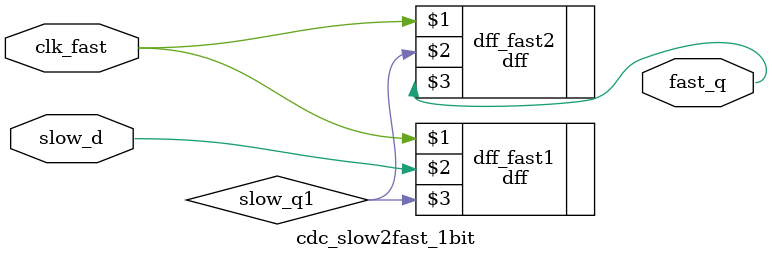
<source format=v>
module cdc_slow2fast_1bit (
    input wire slow_d,
    input wire clk_fast,

    output wire fast_q
);

wire slow_q1;

dff #(1) dff_fast1 (clk_fast, slow_d, slow_q1);
dff #(1) dff_fast2 (clk_fast, slow_q1, fast_q);

endmodule //cdc_slow2fast_1bit
</source>
